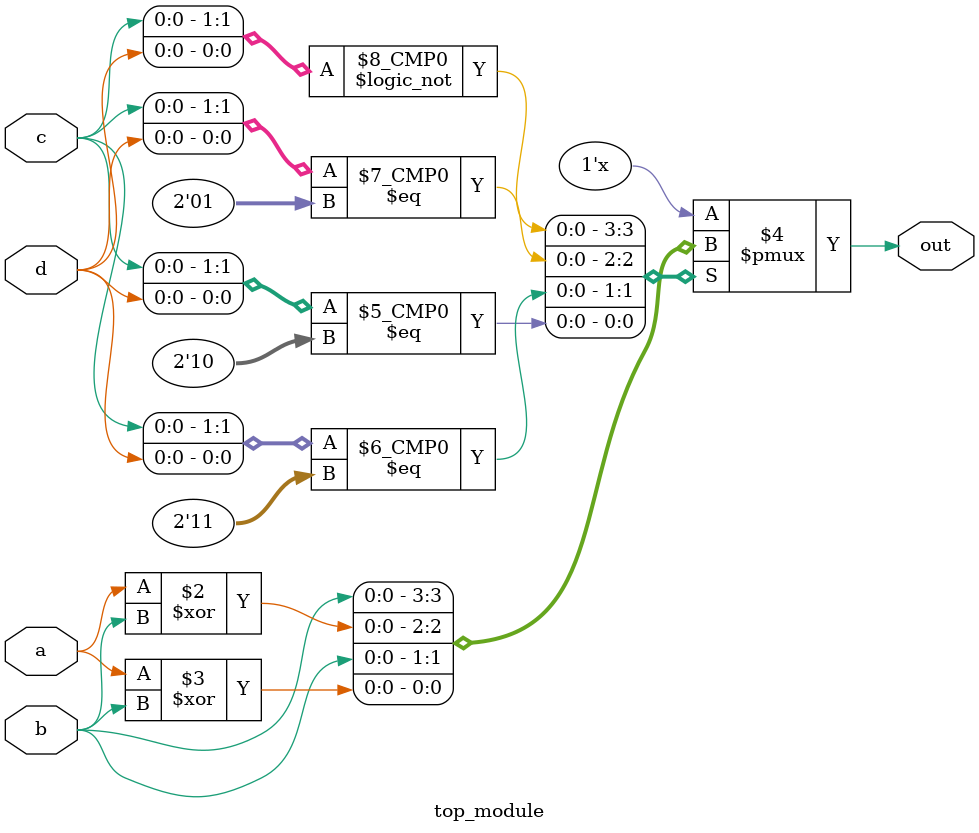
<source format=sv>
module top_module (
    input a,
    input b,
    input c,
    input d,
    output reg out
);
    always @(*) begin
        case ({c, d})
            2'b00: out = b;
            2'b01: out = a ^ b;
            2'b11: out = b;
            2'b10: out = a ^ b;
        endcase
    end
endmodule

</source>
